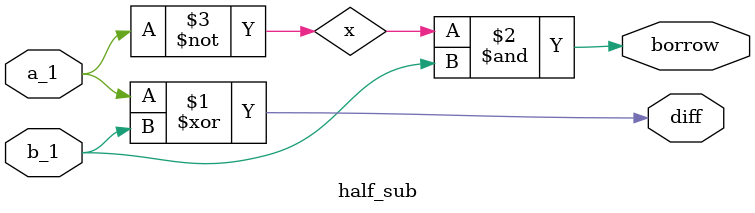
<source format=v>
module half_sub(a_1, b_1,diff,borrow);

input a_1, b_1;
output diff, borrow;

wire x;

xor u1(diff,a_1,b_1);
not u3(x,a_1);
and u2(borrow,x,b_1);


endmodule


</source>
